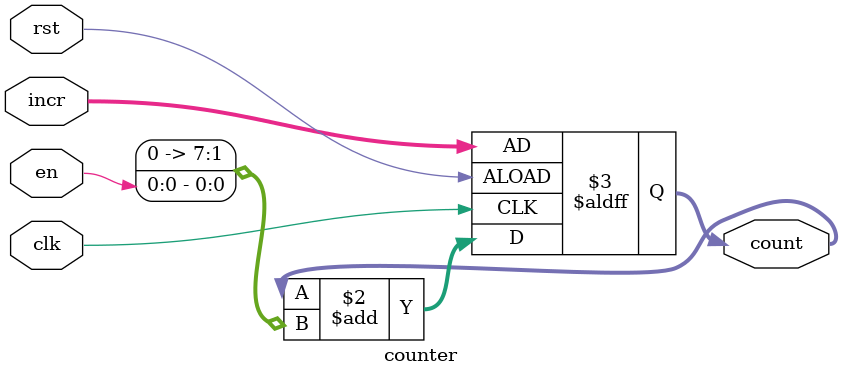
<source format=sv>
module counter #(
    parameter WIDTH = 8
)(
    //interface signals
    input logic              clk,
    input logic              rst,
    input logic              en,
    input logic [WIDTH-1:0]  incr,
    output logic [WIDTH-1:0] count
);

always_ff @(posedge clk, posedge rst)
    if(rst) count <= incr; //forms width bits of '0'
    else begin
        count <= count + {{WIDTH-1{1'b0}}, en}; //adds width-1 digits of binary 0's and then adds the enable
    end
endmodule

</source>
